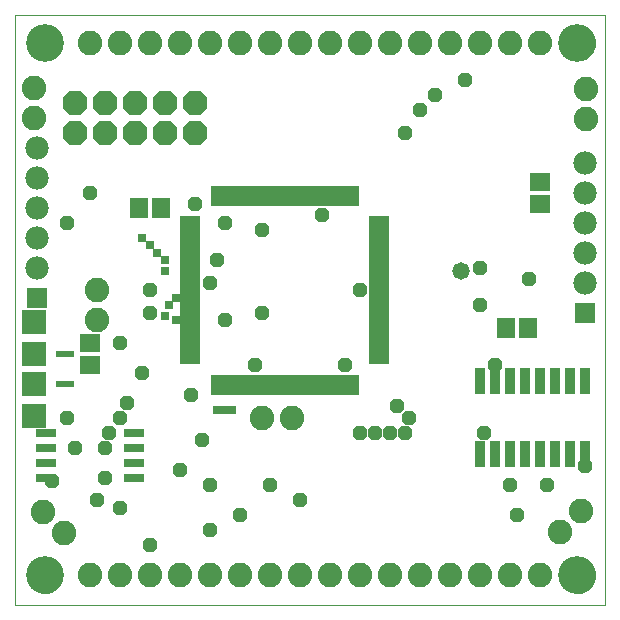
<source format=gts>
G75*
%MOIN*%
%OFA0B0*%
%FSLAX24Y24*%
%IPPOS*%
%LPD*%
%AMOC8*
5,1,8,0,0,1.08239X$1,22.5*
%
%ADD10C,0.0000*%
%ADD11C,0.1261*%
%ADD12C,0.0820*%
%ADD13R,0.0690X0.0290*%
%ADD14R,0.0671X0.0218*%
%ADD15R,0.0218X0.0671*%
%ADD16OC8,0.0820*%
%ADD17R,0.0674X0.0674*%
%ADD18C,0.0780*%
%ADD19R,0.0631X0.0218*%
%ADD20R,0.0828X0.0789*%
%ADD21R,0.0828X0.0828*%
%ADD22R,0.0340X0.0880*%
%ADD23R,0.0671X0.0592*%
%ADD24C,0.0580*%
%ADD25R,0.0280X0.0280*%
%ADD26R,0.0592X0.0671*%
%ADD27OC8,0.0480*%
%ADD28OC8,0.0476*%
D10*
X000603Y000100D02*
X000603Y019785D01*
X020288Y019785D01*
X020288Y000100D01*
X000603Y000100D01*
X001012Y001100D02*
X001014Y001148D01*
X001020Y001196D01*
X001030Y001243D01*
X001043Y001289D01*
X001061Y001334D01*
X001081Y001378D01*
X001106Y001420D01*
X001134Y001459D01*
X001164Y001496D01*
X001198Y001530D01*
X001235Y001562D01*
X001273Y001591D01*
X001314Y001616D01*
X001357Y001638D01*
X001402Y001656D01*
X001448Y001670D01*
X001495Y001681D01*
X001543Y001688D01*
X001591Y001691D01*
X001639Y001690D01*
X001687Y001685D01*
X001735Y001676D01*
X001781Y001664D01*
X001826Y001647D01*
X001870Y001627D01*
X001912Y001604D01*
X001952Y001577D01*
X001990Y001547D01*
X002025Y001514D01*
X002057Y001478D01*
X002087Y001440D01*
X002113Y001399D01*
X002135Y001356D01*
X002155Y001312D01*
X002170Y001267D01*
X002182Y001220D01*
X002190Y001172D01*
X002194Y001124D01*
X002194Y001076D01*
X002190Y001028D01*
X002182Y000980D01*
X002170Y000933D01*
X002155Y000888D01*
X002135Y000844D01*
X002113Y000801D01*
X002087Y000760D01*
X002057Y000722D01*
X002025Y000686D01*
X001990Y000653D01*
X001952Y000623D01*
X001912Y000596D01*
X001870Y000573D01*
X001826Y000553D01*
X001781Y000536D01*
X001735Y000524D01*
X001687Y000515D01*
X001639Y000510D01*
X001591Y000509D01*
X001543Y000512D01*
X001495Y000519D01*
X001448Y000530D01*
X001402Y000544D01*
X001357Y000562D01*
X001314Y000584D01*
X001273Y000609D01*
X001235Y000638D01*
X001198Y000670D01*
X001164Y000704D01*
X001134Y000741D01*
X001106Y000780D01*
X001081Y000822D01*
X001061Y000866D01*
X001043Y000911D01*
X001030Y000957D01*
X001020Y001004D01*
X001014Y001052D01*
X001012Y001100D01*
X001012Y018850D02*
X001014Y018898D01*
X001020Y018946D01*
X001030Y018993D01*
X001043Y019039D01*
X001061Y019084D01*
X001081Y019128D01*
X001106Y019170D01*
X001134Y019209D01*
X001164Y019246D01*
X001198Y019280D01*
X001235Y019312D01*
X001273Y019341D01*
X001314Y019366D01*
X001357Y019388D01*
X001402Y019406D01*
X001448Y019420D01*
X001495Y019431D01*
X001543Y019438D01*
X001591Y019441D01*
X001639Y019440D01*
X001687Y019435D01*
X001735Y019426D01*
X001781Y019414D01*
X001826Y019397D01*
X001870Y019377D01*
X001912Y019354D01*
X001952Y019327D01*
X001990Y019297D01*
X002025Y019264D01*
X002057Y019228D01*
X002087Y019190D01*
X002113Y019149D01*
X002135Y019106D01*
X002155Y019062D01*
X002170Y019017D01*
X002182Y018970D01*
X002190Y018922D01*
X002194Y018874D01*
X002194Y018826D01*
X002190Y018778D01*
X002182Y018730D01*
X002170Y018683D01*
X002155Y018638D01*
X002135Y018594D01*
X002113Y018551D01*
X002087Y018510D01*
X002057Y018472D01*
X002025Y018436D01*
X001990Y018403D01*
X001952Y018373D01*
X001912Y018346D01*
X001870Y018323D01*
X001826Y018303D01*
X001781Y018286D01*
X001735Y018274D01*
X001687Y018265D01*
X001639Y018260D01*
X001591Y018259D01*
X001543Y018262D01*
X001495Y018269D01*
X001448Y018280D01*
X001402Y018294D01*
X001357Y018312D01*
X001314Y018334D01*
X001273Y018359D01*
X001235Y018388D01*
X001198Y018420D01*
X001164Y018454D01*
X001134Y018491D01*
X001106Y018530D01*
X001081Y018572D01*
X001061Y018616D01*
X001043Y018661D01*
X001030Y018707D01*
X001020Y018754D01*
X001014Y018802D01*
X001012Y018850D01*
X018762Y018850D02*
X018764Y018898D01*
X018770Y018946D01*
X018780Y018993D01*
X018793Y019039D01*
X018811Y019084D01*
X018831Y019128D01*
X018856Y019170D01*
X018884Y019209D01*
X018914Y019246D01*
X018948Y019280D01*
X018985Y019312D01*
X019023Y019341D01*
X019064Y019366D01*
X019107Y019388D01*
X019152Y019406D01*
X019198Y019420D01*
X019245Y019431D01*
X019293Y019438D01*
X019341Y019441D01*
X019389Y019440D01*
X019437Y019435D01*
X019485Y019426D01*
X019531Y019414D01*
X019576Y019397D01*
X019620Y019377D01*
X019662Y019354D01*
X019702Y019327D01*
X019740Y019297D01*
X019775Y019264D01*
X019807Y019228D01*
X019837Y019190D01*
X019863Y019149D01*
X019885Y019106D01*
X019905Y019062D01*
X019920Y019017D01*
X019932Y018970D01*
X019940Y018922D01*
X019944Y018874D01*
X019944Y018826D01*
X019940Y018778D01*
X019932Y018730D01*
X019920Y018683D01*
X019905Y018638D01*
X019885Y018594D01*
X019863Y018551D01*
X019837Y018510D01*
X019807Y018472D01*
X019775Y018436D01*
X019740Y018403D01*
X019702Y018373D01*
X019662Y018346D01*
X019620Y018323D01*
X019576Y018303D01*
X019531Y018286D01*
X019485Y018274D01*
X019437Y018265D01*
X019389Y018260D01*
X019341Y018259D01*
X019293Y018262D01*
X019245Y018269D01*
X019198Y018280D01*
X019152Y018294D01*
X019107Y018312D01*
X019064Y018334D01*
X019023Y018359D01*
X018985Y018388D01*
X018948Y018420D01*
X018914Y018454D01*
X018884Y018491D01*
X018856Y018530D01*
X018831Y018572D01*
X018811Y018616D01*
X018793Y018661D01*
X018780Y018707D01*
X018770Y018754D01*
X018764Y018802D01*
X018762Y018850D01*
X018762Y001100D02*
X018764Y001148D01*
X018770Y001196D01*
X018780Y001243D01*
X018793Y001289D01*
X018811Y001334D01*
X018831Y001378D01*
X018856Y001420D01*
X018884Y001459D01*
X018914Y001496D01*
X018948Y001530D01*
X018985Y001562D01*
X019023Y001591D01*
X019064Y001616D01*
X019107Y001638D01*
X019152Y001656D01*
X019198Y001670D01*
X019245Y001681D01*
X019293Y001688D01*
X019341Y001691D01*
X019389Y001690D01*
X019437Y001685D01*
X019485Y001676D01*
X019531Y001664D01*
X019576Y001647D01*
X019620Y001627D01*
X019662Y001604D01*
X019702Y001577D01*
X019740Y001547D01*
X019775Y001514D01*
X019807Y001478D01*
X019837Y001440D01*
X019863Y001399D01*
X019885Y001356D01*
X019905Y001312D01*
X019920Y001267D01*
X019932Y001220D01*
X019940Y001172D01*
X019944Y001124D01*
X019944Y001076D01*
X019940Y001028D01*
X019932Y000980D01*
X019920Y000933D01*
X019905Y000888D01*
X019885Y000844D01*
X019863Y000801D01*
X019837Y000760D01*
X019807Y000722D01*
X019775Y000686D01*
X019740Y000653D01*
X019702Y000623D01*
X019662Y000596D01*
X019620Y000573D01*
X019576Y000553D01*
X019531Y000536D01*
X019485Y000524D01*
X019437Y000515D01*
X019389Y000510D01*
X019341Y000509D01*
X019293Y000512D01*
X019245Y000519D01*
X019198Y000530D01*
X019152Y000544D01*
X019107Y000562D01*
X019064Y000584D01*
X019023Y000609D01*
X018985Y000638D01*
X018948Y000670D01*
X018914Y000704D01*
X018884Y000741D01*
X018856Y000780D01*
X018831Y000822D01*
X018811Y000866D01*
X018793Y000911D01*
X018780Y000957D01*
X018770Y001004D01*
X018764Y001052D01*
X018762Y001100D01*
D11*
X019353Y001100D03*
X001603Y001100D03*
X001603Y018850D03*
X019353Y018850D03*
D12*
X018103Y018850D03*
X017103Y018850D03*
X016103Y018850D03*
X015103Y018850D03*
X014103Y018850D03*
X013103Y018850D03*
X012103Y018850D03*
X011103Y018850D03*
X010103Y018850D03*
X009103Y018850D03*
X008103Y018850D03*
X007103Y018850D03*
X006103Y018850D03*
X005103Y018850D03*
X004103Y018850D03*
X003103Y018850D03*
X001249Y017350D03*
X001249Y016350D03*
X003353Y010600D03*
X003353Y009600D03*
X008853Y006350D03*
X009853Y006350D03*
X010103Y001100D03*
X011103Y001100D03*
X012103Y001100D03*
X013103Y001100D03*
X014103Y001100D03*
X015103Y001100D03*
X016103Y001100D03*
X017103Y001100D03*
X018103Y001100D03*
X018779Y002527D03*
X019486Y003234D03*
X009103Y001100D03*
X008103Y001100D03*
X007103Y001100D03*
X006103Y001100D03*
X005103Y001100D03*
X004103Y001100D03*
X003103Y001100D03*
X002249Y002496D03*
X001542Y003204D03*
X019633Y016320D03*
X019633Y017320D03*
D13*
X004563Y005850D03*
X004563Y005350D03*
X004563Y004850D03*
X004563Y004350D03*
X001643Y004350D03*
X001643Y004850D03*
X001643Y005350D03*
X001643Y005850D03*
D14*
X006453Y008238D03*
X006453Y008435D03*
X006453Y008631D03*
X006453Y008828D03*
X006453Y009025D03*
X006453Y009222D03*
X006453Y009419D03*
X006453Y009616D03*
X006453Y009813D03*
X006453Y010009D03*
X006453Y010206D03*
X006453Y010403D03*
X006453Y010600D03*
X006453Y010797D03*
X006453Y010994D03*
X006453Y011191D03*
X006453Y011387D03*
X006453Y011584D03*
X006453Y011781D03*
X006453Y011978D03*
X006453Y012175D03*
X006453Y012372D03*
X006453Y012569D03*
X006453Y012765D03*
X006453Y012962D03*
X012752Y012962D03*
X012752Y012765D03*
X012752Y012569D03*
X012752Y012372D03*
X012752Y012175D03*
X012752Y011978D03*
X012752Y011781D03*
X012752Y011584D03*
X012752Y011387D03*
X012752Y011191D03*
X012752Y010994D03*
X012752Y010797D03*
X012752Y010600D03*
X012752Y010403D03*
X012752Y010206D03*
X012752Y010009D03*
X012752Y009813D03*
X012752Y009616D03*
X012752Y009419D03*
X012752Y009222D03*
X012752Y009025D03*
X012752Y008828D03*
X012752Y008631D03*
X012752Y008435D03*
X012752Y008238D03*
D15*
X011965Y007450D03*
X011768Y007450D03*
X011571Y007450D03*
X011374Y007450D03*
X011177Y007450D03*
X010981Y007450D03*
X010784Y007450D03*
X010587Y007450D03*
X010390Y007450D03*
X010193Y007450D03*
X009996Y007450D03*
X009799Y007450D03*
X009603Y007450D03*
X009406Y007450D03*
X009209Y007450D03*
X009012Y007450D03*
X008815Y007450D03*
X008618Y007450D03*
X008421Y007450D03*
X008225Y007450D03*
X008028Y007450D03*
X007831Y007450D03*
X007634Y007450D03*
X007437Y007450D03*
X007240Y007450D03*
X007240Y013750D03*
X007437Y013750D03*
X007634Y013750D03*
X007831Y013750D03*
X008028Y013750D03*
X008225Y013750D03*
X008421Y013750D03*
X008618Y013750D03*
X008815Y013750D03*
X009012Y013750D03*
X009209Y013750D03*
X009406Y013750D03*
X009603Y013750D03*
X009799Y013750D03*
X009996Y013750D03*
X010193Y013750D03*
X010390Y013750D03*
X010587Y013750D03*
X010784Y013750D03*
X010981Y013750D03*
X011177Y013750D03*
X011374Y013750D03*
X011571Y013750D03*
X011768Y013750D03*
X011965Y013750D03*
D16*
X006603Y015850D03*
X006603Y016850D03*
X005603Y016850D03*
X005603Y015850D03*
X004603Y015850D03*
X004603Y016850D03*
X003603Y016850D03*
X003603Y015850D03*
X002603Y015850D03*
X002603Y016850D03*
D17*
X001353Y010350D03*
X019603Y009850D03*
D18*
X019603Y010850D03*
X019603Y011850D03*
X019603Y012850D03*
X019603Y013850D03*
X019603Y014850D03*
X001353Y014350D03*
X001353Y013350D03*
X001353Y012350D03*
X001353Y011350D03*
X001353Y015350D03*
D19*
X002271Y008487D03*
X002271Y007463D03*
D20*
X001228Y006400D03*
X001228Y009550D03*
D21*
X001228Y008475D03*
X001228Y007475D03*
D22*
X016103Y007560D03*
X016603Y007560D03*
X017103Y007560D03*
X017603Y007560D03*
X018103Y007560D03*
X018603Y007560D03*
X019103Y007560D03*
X019603Y007560D03*
X019603Y005140D03*
X019103Y005140D03*
X018603Y005140D03*
X018103Y005140D03*
X017603Y005140D03*
X017103Y005140D03*
X016603Y005140D03*
X016103Y005140D03*
D23*
X018103Y013476D03*
X018103Y014224D03*
X003103Y008849D03*
X003103Y008101D03*
D24*
X015478Y011225D03*
D25*
X007853Y006600D03*
X007603Y006600D03*
X007353Y006600D03*
X005978Y009600D03*
X005603Y009725D03*
X005728Y010100D03*
X005978Y010350D03*
X005603Y011225D03*
X005603Y011600D03*
X005353Y011850D03*
X005103Y012100D03*
X004853Y012350D03*
D26*
X004729Y013350D03*
X005477Y013350D03*
X016979Y009350D03*
X017727Y009350D03*
D27*
X017728Y010975D03*
X016103Y011350D03*
X016103Y010100D03*
X013353Y006725D03*
X013728Y006350D03*
X013603Y005850D03*
X013103Y005850D03*
X012603Y005850D03*
X012103Y005850D03*
X010103Y003600D03*
X009103Y004100D03*
X008103Y003100D03*
X007103Y002600D03*
X005103Y002100D03*
X004103Y003350D03*
X003353Y003600D03*
X003603Y004350D03*
X003603Y005350D03*
X003728Y005850D03*
X004103Y006350D03*
X004353Y006850D03*
X004853Y007850D03*
X004103Y008850D03*
X005103Y009850D03*
X005103Y010600D03*
X007103Y010850D03*
X007603Y012850D03*
X010853Y013100D03*
X012103Y010600D03*
X008603Y008100D03*
X006103Y004600D03*
X002603Y005350D03*
X002353Y006350D03*
X001853Y004225D03*
X013603Y015850D03*
X014103Y016600D03*
X014603Y017100D03*
X015603Y017600D03*
X016228Y005850D03*
X017103Y004100D03*
X017353Y003100D03*
X018353Y004100D03*
X019603Y004725D03*
D28*
X016603Y008100D03*
X017728Y009350D03*
X011603Y008100D03*
X008853Y009850D03*
X007603Y009600D03*
X007353Y011600D03*
X008853Y012600D03*
X006603Y013475D03*
X003103Y013850D03*
X002353Y012850D03*
X003103Y008100D03*
X006478Y007100D03*
X006853Y005600D03*
X007103Y004100D03*
M02*

</source>
